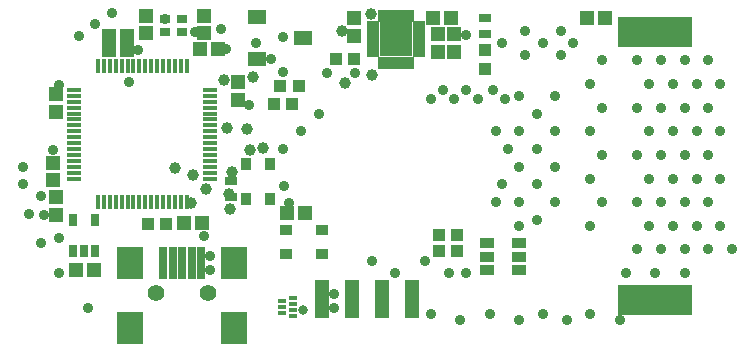
<source format=gbr>
%TF.GenerationSoftware,Altium Limited,Altium Designer,23.8.1 (32)*%
G04 Layer_Color=8388736*
%FSLAX45Y45*%
%MOMM*%
%TF.SameCoordinates,9B8521B9-100F-40E6-B2DB-B025D5793E82*%
%TF.FilePolarity,Negative*%
%TF.FileFunction,Soldermask,Top*%
%TF.Part,Single*%
G01*
G75*
%TA.AperFunction,ConnectorPad*%
%ADD10R,1.27000X3.18000*%
%TA.AperFunction,SMDPad,CuDef*%
%ADD14R,0.30000X1.20000*%
%ADD15R,1.20000X0.30000*%
%ADD24R,0.66000X1.00000*%
%ADD51R,6.30320X2.60320*%
%ADD52R,2.20320X2.70320*%
%ADD53R,0.70320X2.70320*%
%ADD54R,1.00320X0.80320*%
%ADD55R,1.10320X0.90320*%
%ADD56R,1.20320X1.15320*%
%ADD57R,1.15320X1.20320*%
%ADD58R,0.55320X1.00320*%
%ADD59R,1.05320X0.55320*%
%ADD60R,2.80320X2.90320*%
%ADD61R,0.90320X1.10320*%
%ADD62R,1.05320X1.10320*%
%ADD63R,1.14320X0.90320*%
%ADD64R,1.50320X1.20320*%
%ADD65R,0.73320X0.40320*%
%ADD66R,1.00320X1.00320*%
%TA.AperFunction,ConnectorPad*%
%ADD67R,1.15320X1.20320*%
%TA.AperFunction,SMDPad,CuDef*%
%ADD68R,0.87820X0.77820*%
%TA.AperFunction,ComponentPad*%
%ADD69C,1.40320*%
%TA.AperFunction,ViaPad*%
%ADD70C,0.90320*%
%ADD71C,0.80320*%
%ADD72C,1.00320*%
D10*
X192000Y-1120000D02*
D03*
X-62000D02*
D03*
X-316000D02*
D03*
X-570000D02*
D03*
D14*
X-1717500Y850000D02*
D03*
X-1767500D02*
D03*
X-1817500D02*
D03*
X-1867500D02*
D03*
X-1917500D02*
D03*
X-1967500D02*
D03*
X-2017500D02*
D03*
X-2067500D02*
D03*
X-2117500D02*
D03*
X-2167500D02*
D03*
X-2217500D02*
D03*
X-2267500D02*
D03*
X-2317500D02*
D03*
X-2367500D02*
D03*
X-2417500D02*
D03*
X-2467500D02*
D03*
Y-300000D02*
D03*
X-2417500D02*
D03*
X-2367500D02*
D03*
X-2317500D02*
D03*
X-2267500D02*
D03*
X-2217500D02*
D03*
X-2167500D02*
D03*
X-2117500D02*
D03*
X-2067500D02*
D03*
X-2017500D02*
D03*
X-1967500D02*
D03*
X-1917500D02*
D03*
X-1867500D02*
D03*
X-1817500D02*
D03*
X-1767500D02*
D03*
X-1717500D02*
D03*
D15*
X-2667500Y650000D02*
D03*
Y600000D02*
D03*
Y550000D02*
D03*
Y500000D02*
D03*
Y450000D02*
D03*
Y400000D02*
D03*
Y350000D02*
D03*
Y300000D02*
D03*
Y250000D02*
D03*
Y200000D02*
D03*
Y150000D02*
D03*
Y100000D02*
D03*
Y50000D02*
D03*
Y-0D02*
D03*
Y-50000D02*
D03*
Y-100000D02*
D03*
X-1517500D02*
D03*
Y-50000D02*
D03*
Y-0D02*
D03*
Y50000D02*
D03*
Y100000D02*
D03*
Y150000D02*
D03*
Y200000D02*
D03*
Y250000D02*
D03*
Y300000D02*
D03*
Y350000D02*
D03*
Y400000D02*
D03*
Y450000D02*
D03*
Y500000D02*
D03*
Y550000D02*
D03*
Y600000D02*
D03*
Y650000D02*
D03*
D24*
X-2680000Y-710000D02*
D03*
X-2585000D02*
D03*
X-2490000D02*
D03*
Y-447000D02*
D03*
X-2680000D02*
D03*
D51*
X2250000Y-1130000D02*
D03*
Y1140000D02*
D03*
D52*
X-1315000Y-812500D02*
D03*
Y-1362500D02*
D03*
X-2195000D02*
D03*
Y-812500D02*
D03*
D53*
X-1595000D02*
D03*
X-1675000D02*
D03*
X-1755000D02*
D03*
X-1835000D02*
D03*
X-1915000D02*
D03*
D54*
X-1345000Y-125000D02*
D03*
Y-255000D02*
D03*
X810000Y1125000D02*
D03*
Y1255000D02*
D03*
D55*
X-872500Y-737500D02*
D03*
X-572500D02*
D03*
X-872500Y-537500D02*
D03*
X-572500D02*
D03*
D56*
X520000Y1260000D02*
D03*
X370000D02*
D03*
X-717500Y-390000D02*
D03*
X-867500D02*
D03*
X-2375000Y1110000D02*
D03*
X-2225000D02*
D03*
X1825000Y1260000D02*
D03*
X1675000D02*
D03*
X-1605000Y1000000D02*
D03*
X-1455000D02*
D03*
X-2375000Y990000D02*
D03*
X-2225000D02*
D03*
X-1590000Y-472500D02*
D03*
X-1740000D02*
D03*
X-2650000Y-875000D02*
D03*
X-2500000D02*
D03*
D57*
X412500Y1120000D02*
D03*
Y970000D02*
D03*
X542500Y1120000D02*
D03*
Y970000D02*
D03*
X-1280000Y565000D02*
D03*
Y715000D02*
D03*
X-2850000Y35000D02*
D03*
Y-115000D02*
D03*
X-2827500Y465000D02*
D03*
Y615000D02*
D03*
X-2820000Y-260000D02*
D03*
Y-410000D02*
D03*
D58*
X-70000Y880000D02*
D03*
X-20000D02*
D03*
X30000D02*
D03*
X80000D02*
D03*
X130000D02*
D03*
X180000D02*
D03*
X-70000Y1280000D02*
D03*
X-20000D02*
D03*
X30000D02*
D03*
X80000D02*
D03*
X130000D02*
D03*
X180000D02*
D03*
D59*
X252500Y955000D02*
D03*
Y1005000D02*
D03*
Y1055000D02*
D03*
Y1105000D02*
D03*
Y1155000D02*
D03*
Y1205000D02*
D03*
X-142500Y955000D02*
D03*
Y1005000D02*
D03*
Y1055000D02*
D03*
Y1105000D02*
D03*
Y1155000D02*
D03*
Y1205000D02*
D03*
D60*
X55000Y1080000D02*
D03*
D61*
X-1012500Y-275000D02*
D03*
Y25000D02*
D03*
X-1212500Y-275000D02*
D03*
Y25000D02*
D03*
D62*
X-1892500Y-487500D02*
D03*
X-2047500D02*
D03*
X-455000Y910000D02*
D03*
X-300000D02*
D03*
X-977500Y530000D02*
D03*
X-822500D02*
D03*
X-770000Y680000D02*
D03*
X-925000D02*
D03*
X417500Y-710000D02*
D03*
X572500D02*
D03*
X417500Y-580000D02*
D03*
X572500D02*
D03*
D63*
X1098500Y-878500D02*
D03*
X822500D02*
D03*
X1098500Y-760500D02*
D03*
X822500D02*
D03*
Y-642500D02*
D03*
X1098500D02*
D03*
D64*
X-1125000Y1265000D02*
D03*
Y915000D02*
D03*
X-735000Y1090000D02*
D03*
D65*
X-815800Y-1262500D02*
D03*
Y-1212500D02*
D03*
Y-1162500D02*
D03*
Y-1112500D02*
D03*
X-909200Y-1137500D02*
D03*
Y-1237500D02*
D03*
Y-1187500D02*
D03*
D66*
X810000Y990000D02*
D03*
Y830000D02*
D03*
D67*
X-2060000Y1130000D02*
D03*
Y1280000D02*
D03*
X-300000Y1260000D02*
D03*
Y1110000D02*
D03*
X-1570000Y1280000D02*
D03*
Y1130000D02*
D03*
D68*
X-1760050Y1142550D02*
D03*
X-1897450D02*
D03*
Y1249950D02*
D03*
X-1760000Y1250000D02*
D03*
D69*
X-1975000Y-1072500D02*
D03*
X-1535000D02*
D03*
D70*
X-2130000Y990000D02*
D03*
X2900000Y-700000D02*
D03*
X2700000D02*
D03*
X2500000D02*
D03*
X2300000D02*
D03*
X2100000D02*
D03*
X1700000Y-500000D02*
D03*
X1800000Y-300000D02*
D03*
X1700000Y-100000D02*
D03*
X1800000Y100000D02*
D03*
X2800000Y-500000D02*
D03*
X2600000D02*
D03*
X2400000D02*
D03*
X2200000D02*
D03*
X2100000Y-300000D02*
D03*
X2300000D02*
D03*
X2500000D02*
D03*
X2700000D02*
D03*
X2800000Y-100000D02*
D03*
X2600000D02*
D03*
X2400000D02*
D03*
X2200000D02*
D03*
X2100000Y100000D02*
D03*
X2300000D02*
D03*
X2500000D02*
D03*
X2700000D02*
D03*
X2800000Y300000D02*
D03*
X2600000D02*
D03*
X2400000D02*
D03*
X2200000D02*
D03*
X1700000D02*
D03*
X1800000Y500000D02*
D03*
X2100000D02*
D03*
X2300000D02*
D03*
X2500000D02*
D03*
X2700000D02*
D03*
X2800000Y700000D02*
D03*
X2600000D02*
D03*
X2400000D02*
D03*
X2200000D02*
D03*
X1700000D02*
D03*
X1800000Y900000D02*
D03*
X2100000D02*
D03*
X2300000D02*
D03*
X2500000D02*
D03*
X2700000D02*
D03*
X1550000Y1050000D02*
D03*
X1450000Y1150000D02*
D03*
X1150000D02*
D03*
X950000Y1050000D02*
D03*
X1150000Y950000D02*
D03*
X1300000Y1050000D02*
D03*
X1450000Y950000D02*
D03*
X-2501250Y-875000D02*
D03*
X-1570000Y-590000D02*
D03*
X-1520000Y-760000D02*
D03*
X900000Y-300000D02*
D03*
X950000Y-150000D02*
D03*
X1000000Y150000D02*
D03*
X900000Y300000D02*
D03*
X975000Y575000D02*
D03*
X875000Y650000D02*
D03*
X750000Y575000D02*
D03*
X650000Y650000D02*
D03*
X550000Y575000D02*
D03*
X450000Y650000D02*
D03*
X350000Y575000D02*
D03*
X-2055000Y1275000D02*
D03*
X-1650000Y1140000D02*
D03*
X-1380000Y1000000D02*
D03*
X-1130000Y1050000D02*
D03*
X-2630000Y1110000D02*
D03*
X-2490000Y1210000D02*
D03*
X-2350000Y1300000D02*
D03*
X-470000Y-1200000D02*
D03*
X-900000Y1100000D02*
D03*
Y800000D02*
D03*
X-150000Y-800000D02*
D03*
X50000Y-900000D02*
D03*
X300000Y-800000D02*
D03*
X500000Y-900000D02*
D03*
X-600000Y450000D02*
D03*
X-750000Y300000D02*
D03*
X-900000Y150000D02*
D03*
X-2550000Y-1200000D02*
D03*
X-2800000Y-900000D02*
D03*
Y-600000D02*
D03*
X-2950000Y-650000D02*
D03*
X-3050000Y-400000D02*
D03*
X-2950000Y-250000D02*
D03*
X-3100000Y-150000D02*
D03*
Y0D02*
D03*
X350000Y-1250000D02*
D03*
X600000Y-1300000D02*
D03*
X850000Y-1250000D02*
D03*
X1100000Y-1300000D02*
D03*
X1300000Y-1250000D02*
D03*
X1500000Y-1300000D02*
D03*
X1700000Y-1250000D02*
D03*
X1950000Y-1300000D02*
D03*
X1250000Y-450000D02*
D03*
X1400000Y-300000D02*
D03*
X1100000D02*
D03*
X1250000Y-150000D02*
D03*
X1400000Y0D02*
D03*
X1100000D02*
D03*
X1250000Y150000D02*
D03*
X1400000Y300000D02*
D03*
X1100000D02*
D03*
X1250000Y450000D02*
D03*
X1400000Y600000D02*
D03*
X1100000D02*
D03*
X2000000Y-900000D02*
D03*
X2250000D02*
D03*
X2500000D02*
D03*
X-1899950Y1249950D02*
D03*
X-295000Y795000D02*
D03*
X-527500Y797500D02*
D03*
X-1005000Y915000D02*
D03*
X-2207500Y715000D02*
D03*
X-1520000Y-877500D02*
D03*
X-2925000Y-412500D02*
D03*
X650000Y1117500D02*
D03*
X-890000Y-160000D02*
D03*
X-850000Y-310000D02*
D03*
X-1190000Y520000D02*
D03*
X-1430000Y1170000D02*
D03*
X-470000Y-1080000D02*
D03*
X1100000Y-500000D02*
D03*
X650000Y-900000D02*
D03*
X-2795000Y690000D02*
D03*
X-2845000Y145000D02*
D03*
X55000Y1080000D02*
D03*
X125000Y1150000D02*
D03*
X-25000D02*
D03*
X125000Y1000000D02*
D03*
X-25000D02*
D03*
D71*
X-735000Y-1212500D02*
D03*
D72*
X-376525Y706524D02*
D03*
X-150000Y775000D02*
D03*
X-455000Y910000D02*
D03*
X-152500Y1295500D02*
D03*
X-1660000Y-67500D02*
D03*
X-1820000Y-12000D02*
D03*
X-1679500Y-309572D02*
D03*
X-1550335Y-189835D02*
D03*
X-1355549Y-228000D02*
D03*
X-1350000Y-358000D02*
D03*
X-1335508Y-42773D02*
D03*
X-1400500Y738000D02*
D03*
X-1159500Y760000D02*
D03*
X-1180000Y143000D02*
D03*
X-1203224Y319000D02*
D03*
X-1074731Y155431D02*
D03*
X-1375000Y330000D02*
D03*
X-400000Y1150000D02*
D03*
%TF.MD5,ab5a6adc74d41d3a6e028e59ca14a810*%
M02*

</source>
